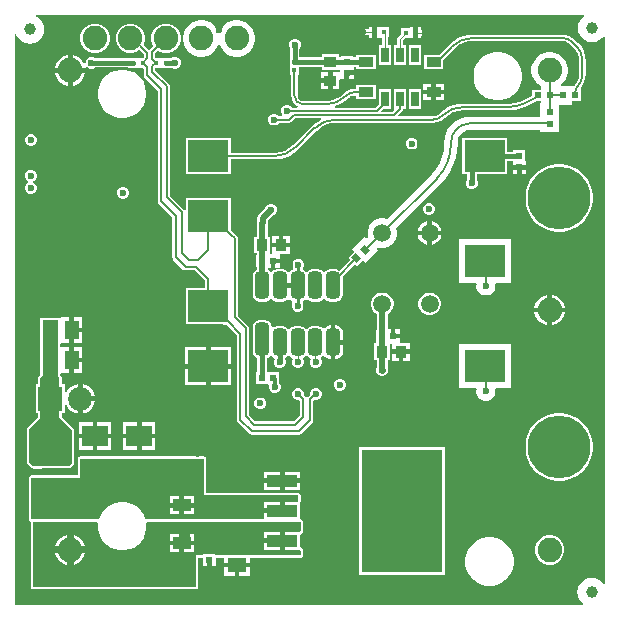
<source format=gtl>
G04*
G04 #@! TF.GenerationSoftware,Altium Limited,Altium Designer,24.4.1 (13)*
G04*
G04 Layer_Physical_Order=1*
G04 Layer_Color=255*
%FSLAX44Y44*%
%MOMM*%
G71*
G04*
G04 #@! TF.SameCoordinates,F8B635B6-AD30-4CB1-8FD4-03FA37938446*
G04*
G04*
G04 #@! TF.FilePolarity,Positive*
G04*
G01*
G75*
%ADD12C,0.5000*%
%ADD18R,0.5000X0.6000*%
%ADD19R,0.6000X0.5000*%
G04:AMPARAMS|DCode=20|XSize=0.5mm|YSize=0.6mm|CornerRadius=0mm|HoleSize=0mm|Usage=FLASHONLY|Rotation=225.000|XOffset=0mm|YOffset=0mm|HoleType=Round|Shape=Rectangle|*
%AMROTATEDRECTD20*
4,1,4,-0.0354,0.3889,0.3889,-0.0354,0.0354,-0.3889,-0.3889,0.0354,-0.0354,0.3889,0.0*
%
%ADD20ROTATEDRECTD20*%

%ADD21R,2.5500X1.0500*%
%ADD22R,6.9000X10.4500*%
%ADD23R,1.5000X1.0000*%
%ADD24R,0.4500X0.4500*%
%ADD25R,1.2500X0.8500*%
%ADD26R,0.6500X1.2500*%
G04:AMPARAMS|DCode=27|XSize=2.3mm|YSize=1.2mm|CornerRadius=0.36mm|HoleSize=0mm|Usage=FLASHONLY|Rotation=90.000|XOffset=0mm|YOffset=0mm|HoleType=Round|Shape=RoundedRectangle|*
%AMROUNDEDRECTD27*
21,1,2.3000,0.4800,0,0,90.0*
21,1,1.5800,1.2000,0,0,90.0*
1,1,0.7200,0.2400,0.7900*
1,1,0.7200,0.2400,-0.7900*
1,1,0.7200,-0.2400,-0.7900*
1,1,0.7200,-0.2400,0.7900*
%
%ADD27ROUNDEDRECTD27*%
G04:AMPARAMS|DCode=28|XSize=2.8mm|YSize=1.2mm|CornerRadius=0.36mm|HoleSize=0mm|Usage=FLASHONLY|Rotation=90.000|XOffset=0mm|YOffset=0mm|HoleType=Round|Shape=RoundedRectangle|*
%AMROUNDEDRECTD28*
21,1,2.8000,0.4800,0,0,90.0*
21,1,2.0800,1.2000,0,0,90.0*
1,1,0.7200,0.2400,1.0400*
1,1,0.7200,0.2400,-1.0400*
1,1,0.7200,-0.2400,-1.0400*
1,1,0.7200,-0.2400,1.0400*
%
%ADD28ROUNDEDRECTD28*%
%ADD29R,2.7000X1.1500*%
%ADD30R,3.4000X2.7000*%
%ADD31C,1.5000*%
%ADD32R,2.2300X1.8000*%
%ADD33R,1.6500X1.3000*%
%ADD34R,0.9500X1.0000*%
%ADD35R,1.0000X0.9500*%
%ADD36R,0.6200X0.6000*%
%ADD37R,1.3000X1.6500*%
%ADD38R,0.6000X0.6200*%
%ADD39R,0.5700X0.6200*%
%ADD40R,0.4200X0.4400*%
%ADD69C,0.1301*%
%ADD70C,0.1016*%
%ADD71C,1.0000*%
%ADD72C,0.3810*%
%ADD73C,0.1020*%
%ADD74C,0.4000*%
%ADD75C,0.3000*%
%ADD76C,0.2540*%
%ADD77C,0.6000*%
%ADD78R,2.0200X2.0200*%
%ADD79C,2.0200*%
%ADD80C,2.0900*%
%ADD81C,5.3000*%
%ADD82C,0.6000*%
G36*
X486165Y502652D02*
X484350Y501259D01*
X482427Y498753D01*
X481218Y495834D01*
X480805Y492701D01*
X481218Y489568D01*
X482427Y486649D01*
X484350Y484142D01*
X486857Y482219D01*
X489776Y481010D01*
X492909Y480597D01*
X496041Y481010D01*
X498960Y482219D01*
X501467Y484142D01*
X502652Y485686D01*
X503922Y485255D01*
X503922Y22072D01*
X502652Y21641D01*
X501036Y23746D01*
X498529Y25670D01*
X495610Y26879D01*
X492478Y27291D01*
X489345Y26879D01*
X486426Y25670D01*
X483919Y23746D01*
X481996Y21240D01*
X480786Y18320D01*
X480374Y15188D01*
X480786Y12055D01*
X481996Y9136D01*
X483919Y6629D01*
X485588Y5348D01*
X485157Y4078D01*
X4919Y4078D01*
X4078Y5042D01*
X4078Y487769D01*
X5348Y488022D01*
X6354Y485593D01*
X8278Y483086D01*
X10785Y481162D01*
X13704Y479953D01*
X16836Y479541D01*
X19969Y479953D01*
X22888Y481162D01*
X25395Y483086D01*
X27318Y485593D01*
X28528Y488512D01*
X28940Y491645D01*
X28528Y494777D01*
X27318Y497696D01*
X25395Y500203D01*
X22888Y502127D01*
X21621Y502651D01*
X21874Y503921D01*
X485734Y503922D01*
X486165Y502652D01*
D02*
G37*
%LPC*%
G36*
X193522Y499450D02*
X190478D01*
X187493Y498856D01*
X184682Y497692D01*
X182151Y496001D01*
X179999Y493849D01*
X178308Y491318D01*
X177687Y489819D01*
X176313D01*
X175692Y491318D01*
X174001Y493849D01*
X171849Y496001D01*
X169318Y497692D01*
X166507Y498856D01*
X163522Y499450D01*
X160478D01*
X157493Y498856D01*
X154682Y497692D01*
X152151Y496001D01*
X149999Y493849D01*
X148308Y491318D01*
X147144Y488507D01*
X146550Y485522D01*
Y482478D01*
X147144Y479493D01*
X148308Y476682D01*
X149999Y474151D01*
X152151Y471999D01*
X154682Y470308D01*
X157493Y469144D01*
X160478Y468550D01*
X163522D01*
X166507Y469144D01*
X169318Y470308D01*
X171849Y471999D01*
X174001Y474151D01*
X175692Y476682D01*
X176313Y478181D01*
X177687D01*
X178308Y476682D01*
X179999Y474151D01*
X182151Y471999D01*
X184682Y470308D01*
X187493Y469144D01*
X190478Y468550D01*
X193522D01*
X196507Y469144D01*
X199318Y470308D01*
X201849Y471999D01*
X204001Y474151D01*
X205692Y476682D01*
X206856Y479493D01*
X207450Y482478D01*
Y485522D01*
X206856Y488507D01*
X205692Y491318D01*
X204001Y493849D01*
X201849Y496001D01*
X199318Y497692D01*
X196507Y498856D01*
X193522Y499450D01*
D02*
G37*
G36*
X306750Y494040D02*
X303960D01*
Y491809D01*
X298775D01*
X297795Y491614D01*
X296965Y491060D01*
X296905Y491000D01*
X296350Y490169D01*
X296156Y489190D01*
X296350Y488211D01*
X296905Y487380D01*
X297735Y486826D01*
X298715Y486631D01*
X299016Y486691D01*
X303960D01*
Y484460D01*
X306750D01*
Y489250D01*
Y494040D01*
D02*
G37*
G36*
X348040Y493540D02*
X345250D01*
Y488750D01*
Y483960D01*
X348040D01*
Y486191D01*
X351500D01*
X352479Y486386D01*
X353310Y486940D01*
X353864Y487771D01*
X354059Y488750D01*
X353864Y489729D01*
X353310Y490560D01*
X352479Y491114D01*
X351500Y491309D01*
X348040D01*
Y493540D01*
D02*
G37*
G36*
X341250D02*
X338460D01*
Y493000D01*
X331000D01*
Y488119D01*
X328190Y485310D01*
X327636Y484479D01*
X327441Y483500D01*
Y478300D01*
X324750D01*
Y461800D01*
X335250D01*
Y478300D01*
X332559D01*
Y482440D01*
X334619Y484500D01*
X338460D01*
Y483960D01*
X341250D01*
Y488750D01*
Y493540D01*
D02*
G37*
G36*
X133639Y496450D02*
X130361D01*
X127194Y495602D01*
X124355Y493963D01*
X122037Y491645D01*
X120398Y488806D01*
X119550Y485639D01*
Y482361D01*
X120398Y479194D01*
X121487Y477309D01*
X118792Y474613D01*
X118182Y474433D01*
X117116Y474492D01*
X113167Y478442D01*
X113602Y479194D01*
X114450Y482361D01*
Y485639D01*
X113602Y488806D01*
X111962Y491645D01*
X109644Y493963D01*
X106805Y495602D01*
X103639Y496450D01*
X100361D01*
X97194Y495602D01*
X94355Y493963D01*
X92037Y491645D01*
X90398Y488806D01*
X89550Y485639D01*
Y482361D01*
X90398Y479194D01*
X92037Y476356D01*
X94355Y474038D01*
X97194Y472398D01*
X100361Y471550D01*
X103639D01*
X106805Y472398D01*
X109644Y474038D01*
X109787Y474179D01*
X113298Y470668D01*
Y468377D01*
X112678Y467758D01*
X100000D01*
Y467586D01*
X71597D01*
X69995Y468250D01*
X68005D01*
X66168Y467489D01*
X64761Y466082D01*
X64000Y464245D01*
Y463003D01*
X62730Y462663D01*
X61395Y464976D01*
X58976Y467395D01*
X56014Y469105D01*
X53000Y469912D01*
Y459000D01*
X63912D01*
X63863Y459186D01*
X64017Y459366D01*
X65749Y459430D01*
X66168Y459011D01*
X68005Y458250D01*
X69995D01*
X71832Y459011D01*
X72251Y459430D01*
X100000D01*
Y459258D01*
X112678D01*
X113548Y458389D01*
Y452750D01*
X113753Y451716D01*
X114339Y450839D01*
X125548Y439631D01*
Y345971D01*
X125753Y344937D01*
X126339Y344060D01*
X137615Y332784D01*
Y298644D01*
X137821Y297610D01*
X138407Y296733D01*
X146837Y288304D01*
X147713Y287718D01*
X148747Y287512D01*
X156693D01*
X165245Y278961D01*
Y272871D01*
X148947D01*
Y241871D01*
X179971D01*
X180937Y241679D01*
X183354D01*
X192298Y232735D01*
Y160988D01*
X192504Y159954D01*
X193089Y159078D01*
X202827Y149339D01*
X203704Y148753D01*
X204738Y148548D01*
X244500D01*
X245534Y148753D01*
X246411Y149339D01*
X256166Y159095D01*
X256752Y159971D01*
X256958Y161005D01*
Y176739D01*
X257944Y177705D01*
X259933D01*
X261771Y178466D01*
X263178Y179873D01*
X263939Y181710D01*
Y183700D01*
X263178Y185537D01*
X261771Y186944D01*
X259933Y187705D01*
X257944D01*
X256106Y186944D01*
X254700Y185537D01*
X253939Y183700D01*
Y182308D01*
X252345Y180714D01*
X251921Y180080D01*
X250944Y179988D01*
X250510Y180068D01*
X250233Y180482D01*
X248885Y181830D01*
X248939Y181961D01*
Y183950D01*
X248178Y185787D01*
X246771Y187194D01*
X244933Y187955D01*
X242944D01*
X241106Y187194D01*
X239700Y185787D01*
X238939Y183950D01*
Y181961D01*
X239700Y180123D01*
X241106Y178716D01*
X242944Y177955D01*
X244933D01*
X245620Y176907D01*
Y164942D01*
X240381Y159702D01*
X207619D01*
X202202Y165119D01*
Y238610D01*
X201996Y239644D01*
X201411Y240520D01*
X192952Y248979D01*
Y314796D01*
X192747Y315830D01*
X192161Y316707D01*
X189268Y319599D01*
X189183Y319656D01*
X186947Y321892D01*
Y349071D01*
X148947D01*
Y338643D01*
X147677Y338258D01*
X147411Y338656D01*
X135452Y350615D01*
Y443648D01*
X135452Y443648D01*
X135246Y444683D01*
X134661Y445559D01*
X123202Y457018D01*
Y459139D01*
X123321Y459258D01*
X136000D01*
X136000Y459258D01*
X137222Y459143D01*
X138755Y458508D01*
X140744D01*
X142582Y459269D01*
X143989Y460676D01*
X144750Y462514D01*
Y464503D01*
X143989Y466340D01*
X142582Y467747D01*
X140744Y468508D01*
X138755D01*
X137222Y467873D01*
X136000Y467758D01*
X136000Y467758D01*
X136000Y467758D01*
X123321D01*
X123202Y467877D01*
Y471381D01*
X125309Y473487D01*
X127194Y472398D01*
X130361Y471550D01*
X133639D01*
X136805Y472398D01*
X139644Y474038D01*
X141962Y476356D01*
X143602Y479194D01*
X144450Y482361D01*
Y485639D01*
X143602Y488806D01*
X141962Y491645D01*
X139644Y493963D01*
X136805Y495602D01*
X133639Y496450D01*
D02*
G37*
G36*
X73639D02*
X70361D01*
X67194Y495602D01*
X64356Y493963D01*
X62038Y491645D01*
X60399Y488806D01*
X59550Y485639D01*
Y482361D01*
X60399Y479194D01*
X62038Y476356D01*
X64356Y474038D01*
X67194Y472398D01*
X70361Y471550D01*
X73639D01*
X76806Y472398D01*
X79644Y474038D01*
X81962Y476356D01*
X83602Y479194D01*
X84450Y482361D01*
Y485639D01*
X83602Y488806D01*
X81962Y491645D01*
X79644Y493963D01*
X76806Y495602D01*
X73639Y496450D01*
D02*
G37*
G36*
X347950Y478300D02*
X337450D01*
Y461800D01*
X347950D01*
Y478300D01*
D02*
G37*
G36*
X313540Y494040D02*
X310750D01*
Y489250D01*
Y484460D01*
X313540D01*
Y484460D01*
X314741Y484293D01*
Y478300D01*
X312050D01*
Y461800D01*
X322550D01*
Y478300D01*
X319859D01*
Y485000D01*
X321000D01*
Y493500D01*
X313540D01*
Y494040D01*
D02*
G37*
G36*
X49000Y469912D02*
X45986Y469105D01*
X43024Y467395D01*
X40605Y464976D01*
X38895Y462014D01*
X38088Y459000D01*
X49000D01*
Y469912D01*
D02*
G37*
G36*
X269250Y455590D02*
X263710D01*
Y450300D01*
X269250D01*
Y455590D01*
D02*
G37*
G36*
X290890Y453050D02*
X287250D01*
Y449510D01*
X290890D01*
Y453050D01*
D02*
G37*
G36*
X49000Y455000D02*
X38088D01*
X38895Y451986D01*
X40605Y449024D01*
X43024Y446605D01*
X45986Y444895D01*
X49000Y444088D01*
Y455000D01*
D02*
G37*
G36*
X63912D02*
X53000D01*
Y444088D01*
X56014Y444895D01*
X58976Y446605D01*
X61395Y449024D01*
X63105Y451986D01*
X63912Y455000D01*
D02*
G37*
G36*
X392271Y487237D02*
X387869Y486891D01*
X383576Y485860D01*
X379497Y484170D01*
X375732Y481863D01*
X372375Y478996D01*
X372400Y478971D01*
X363679Y470250D01*
X350500D01*
Y457750D01*
X367000D01*
Y465929D01*
X376221Y475150D01*
X376287Y475248D01*
X379642Y478001D01*
X383572Y480102D01*
X387836Y481395D01*
X392155Y481821D01*
X392271Y481798D01*
X467093D01*
X467150Y481809D01*
X469933Y481443D01*
X472580Y480346D01*
X474807Y478638D01*
X474839Y478589D01*
X477584Y475845D01*
X477584Y475844D01*
X477583Y475843D01*
X479478Y473534D01*
X480886Y470900D01*
X481753Y468041D01*
X482046Y465068D01*
X482048D01*
Y453647D01*
X482068Y453544D01*
X481647Y450340D01*
X480370Y447259D01*
X479088Y445588D01*
X478772Y445198D01*
X478082Y444418D01*
X477419Y443554D01*
X476149Y443727D01*
X476149Y443726D01*
X467132D01*
X466763Y444942D01*
X466849Y444999D01*
X469001Y447151D01*
X470692Y449682D01*
X471856Y452493D01*
X472450Y455478D01*
Y458522D01*
X471856Y461507D01*
X470692Y464318D01*
X469001Y466849D01*
X466849Y469001D01*
X464318Y470692D01*
X461507Y471856D01*
X458522Y472450D01*
X455478D01*
X452493Y471856D01*
X449682Y470692D01*
X447151Y469001D01*
X444999Y466849D01*
X443308Y464318D01*
X442144Y461507D01*
X441550Y458522D01*
Y455478D01*
X442144Y452493D01*
X443308Y449682D01*
X444999Y447151D01*
X447151Y444999D01*
X449420Y443483D01*
Y440726D01*
X442420D01*
Y435047D01*
X435205Y431677D01*
X435186Y431717D01*
X431598Y430230D01*
X426764Y429070D01*
X423047Y428777D01*
X421808Y428702D01*
X421808Y428702D01*
X421804Y428701D01*
X421800Y428702D01*
X384021D01*
Y428737D01*
X379619Y428391D01*
X375326Y427360D01*
X371247Y425670D01*
X367483Y423363D01*
X364125Y420496D01*
X364125Y420496D01*
X363178Y419716D01*
X362349Y419080D01*
X360326Y418241D01*
X358154Y417956D01*
Y417952D01*
X329433D01*
X328947Y419126D01*
X331911Y422089D01*
X332496Y422966D01*
X332702Y424000D01*
Y424300D01*
X335250D01*
Y440800D01*
X324750D01*
Y424300D01*
X324819D01*
X325305Y423127D01*
X323881Y421702D01*
X314933D01*
X314447Y422876D01*
X315871Y424300D01*
X322550D01*
Y440800D01*
X312050D01*
Y428121D01*
X309321Y425392D01*
X275328D01*
X275177Y426662D01*
X275577Y426758D01*
X279622Y428434D01*
X283355Y430722D01*
X285739Y432757D01*
X286685Y433565D01*
X286685Y433565D01*
X287638Y434330D01*
X288297Y434835D01*
X290196Y435622D01*
X291730Y435824D01*
X292931Y435024D01*
X293000Y434937D01*
Y432350D01*
X309500D01*
Y444850D01*
X293000D01*
Y442317D01*
X292234Y441364D01*
X288779Y440910D01*
X285560Y439576D01*
X282795Y437455D01*
X282795Y437455D01*
X281886Y436585D01*
X279454Y434589D01*
X275564Y432510D01*
X271344Y431230D01*
X267066Y430809D01*
X266954Y430831D01*
X248397D01*
X248348Y430821D01*
X246514Y431186D01*
X244917Y432253D01*
X243850Y433850D01*
X243485Y435685D01*
X243494Y435734D01*
Y453000D01*
X244892D01*
Y460019D01*
X255200D01*
X255451Y460069D01*
X264250D01*
Y457550D01*
X278250D01*
Y460069D01*
X279610D01*
Y456520D01*
X278790Y455590D01*
X278340Y455590D01*
X273250D01*
Y448300D01*
Y441010D01*
X278790D01*
Y448580D01*
X279610Y449510D01*
X280060Y449510D01*
X283250D01*
Y455050D01*
X285250D01*
Y457050D01*
X290890D01*
Y460069D01*
X293000D01*
Y457750D01*
X309500D01*
Y470250D01*
X293000D01*
Y468032D01*
X290350D01*
Y469250D01*
X280150D01*
Y468032D01*
X278250D01*
Y471050D01*
X264250D01*
Y468032D01*
X255250D01*
X254999Y467981D01*
X245128D01*
Y475307D01*
X245739Y475918D01*
X246500Y477755D01*
Y479745D01*
X245739Y481582D01*
X244332Y482989D01*
X242495Y483750D01*
X240505D01*
X238668Y482989D01*
X237261Y481582D01*
X236500Y479745D01*
Y477755D01*
X237165Y476151D01*
Y468200D01*
X236692D01*
Y459800D01*
Y453000D01*
X238090D01*
Y435734D01*
X238053D01*
X238406Y433057D01*
X239439Y430562D01*
X241083Y428420D01*
X243225Y426776D01*
X243500Y426662D01*
X243247Y425392D01*
X238691D01*
X238637Y425522D01*
X237230Y426929D01*
X235392Y427690D01*
X233403D01*
X231566Y426929D01*
X230159Y425522D01*
X229398Y423685D01*
Y421696D01*
X230159Y419858D01*
X230757Y419260D01*
X230231Y417990D01*
X227665D01*
X227611Y418120D01*
X226205Y419527D01*
X224367Y420288D01*
X222378D01*
X220540Y419527D01*
X219134Y418120D01*
X218373Y416283D01*
Y414294D01*
X219134Y412456D01*
X220540Y411049D01*
X222378Y410288D01*
X224367D01*
X226205Y411049D01*
X227611Y412456D01*
X227665Y412586D01*
X236057D01*
Y412560D01*
X237599Y412867D01*
X238888Y413728D01*
X238881Y413735D01*
X238883Y413754D01*
X241427Y416298D01*
X263068D01*
X263316Y415052D01*
X262997Y414920D01*
X259233Y412613D01*
X255875Y409746D01*
X255900Y409721D01*
X240000Y393821D01*
X239934Y393723D01*
X236579Y390970D01*
X232649Y388869D01*
X228385Y387575D01*
X224065Y387150D01*
X223950Y387173D01*
X186947D01*
Y399971D01*
X148947D01*
Y368971D01*
X186947D01*
Y381769D01*
X223950D01*
Y381734D01*
X228351Y382080D01*
X232645Y383111D01*
X236724Y384801D01*
X240488Y387108D01*
X243846Y389975D01*
X243821Y390000D01*
X259721Y405900D01*
X259787Y405998D01*
X263142Y408751D01*
X267072Y410852D01*
X271336Y412145D01*
X275655Y412571D01*
X275771Y412548D01*
X358154D01*
Y412481D01*
X361742Y412954D01*
X365086Y414339D01*
X367958Y416542D01*
X367958Y416542D01*
X368862Y417425D01*
X371392Y419501D01*
X375322Y421602D01*
X379586Y422895D01*
X383905Y423321D01*
X384021Y423298D01*
X420563D01*
X421808Y423235D01*
Y423235D01*
X427615Y423692D01*
X433280Y425052D01*
X437392Y426755D01*
X437492Y426780D01*
X445941Y430726D01*
X449420D01*
Y429376D01*
X449000D01*
Y417830D01*
X389572D01*
X389525Y417821D01*
X385279Y417402D01*
X381150Y416150D01*
X377345Y414116D01*
X374010Y411379D01*
X371273Y408044D01*
X369239Y404240D01*
X367987Y400111D01*
X367564Y395817D01*
X367568Y395783D01*
X367610Y394531D01*
X367605Y393263D01*
X367264Y388937D01*
X365954Y383480D01*
X363807Y378296D01*
X360875Y373512D01*
X357453Y369506D01*
X357168Y369315D01*
X319031Y331178D01*
X316896Y331750D01*
X313605D01*
X310425Y330898D01*
X307575Y329253D01*
X305248Y326925D01*
X303602Y324075D01*
X302750Y320896D01*
Y317604D01*
X303322Y315469D01*
X301996Y314143D01*
X300038Y316102D01*
X289431Y305495D01*
X291553Y303374D01*
X286603Y298424D01*
X287593Y297434D01*
X287592Y296164D01*
X278881Y287454D01*
X278085Y287986D01*
X275900Y288421D01*
X271100D01*
X268915Y287986D01*
X267063Y286748D01*
X266635Y286108D01*
X265365D01*
X264937Y286748D01*
X263085Y287986D01*
X260900Y288421D01*
X256100D01*
X253915Y287986D01*
X252063Y286748D01*
X251635Y286108D01*
X250365D01*
X249937Y286748D01*
X248506Y287705D01*
X248215Y288969D01*
X248252Y289248D01*
X248483Y289479D01*
X249245Y291316D01*
Y293305D01*
X248483Y295143D01*
X247077Y296550D01*
X245239Y297311D01*
X243250D01*
X241412Y296550D01*
X240006Y295143D01*
X239245Y293305D01*
Y291316D01*
X240006Y289479D01*
X239572Y288117D01*
X238915Y287986D01*
X237063Y286748D01*
X236635Y286108D01*
X235365D01*
X234937Y286748D01*
X233085Y287986D01*
X230900Y288421D01*
X226100D01*
X223915Y287986D01*
X222063Y286748D01*
X221635Y286108D01*
X220365D01*
X219937Y286748D01*
X218338Y287817D01*
Y289921D01*
X220700D01*
Y295561D01*
X222700D01*
Y297561D01*
X228240D01*
Y301201D01*
X229377Y301521D01*
X236790D01*
Y307061D01*
X222210D01*
Y301708D01*
X221252Y301415D01*
X220250Y302232D01*
Y316061D01*
X218338D01*
Y326181D01*
X218630Y327648D01*
Y329902D01*
X223268Y334541D01*
X223801Y334761D01*
X225207Y336168D01*
X225968Y338005D01*
Y339995D01*
X225207Y341832D01*
X223801Y343239D01*
X221963Y344000D01*
X219974D01*
X218136Y343239D01*
X216730Y341832D01*
X216126Y340376D01*
X210798Y335047D01*
X209803Y333559D01*
X209454Y331803D01*
Y328823D01*
X209162Y327356D01*
Y316061D01*
X206750D01*
Y302061D01*
X209162D01*
Y300661D01*
X208500D01*
Y290461D01*
X209162D01*
Y288035D01*
X208915Y287986D01*
X207063Y286748D01*
X205825Y284896D01*
X205390Y282711D01*
Y266911D01*
X205825Y264726D01*
X207063Y262874D01*
X208915Y261636D01*
X211100Y261201D01*
X215900D01*
X218085Y261636D01*
X219937Y262874D01*
X220365Y263514D01*
X221635D01*
X222063Y262874D01*
X223915Y261636D01*
X226100Y261201D01*
X230900D01*
X233085Y261636D01*
X234937Y262874D01*
X235365Y263514D01*
X236635D01*
X237063Y262874D01*
X238791Y261719D01*
X238985Y261384D01*
X239224Y260526D01*
X239215Y260281D01*
X238500Y258556D01*
Y256566D01*
X239261Y254729D01*
X240668Y253322D01*
X242505Y252561D01*
X244495D01*
X246332Y253322D01*
X247739Y254729D01*
X248500Y256566D01*
Y258556D01*
X247785Y260281D01*
X247776Y260526D01*
X248015Y261384D01*
X248209Y261719D01*
X249937Y262874D01*
X250365Y263514D01*
X251635D01*
X252063Y262874D01*
X253915Y261636D01*
X256100Y261201D01*
X260900D01*
X263085Y261636D01*
X264937Y262874D01*
X265365Y263514D01*
X266635D01*
X267063Y262874D01*
X268915Y261636D01*
X271100Y261201D01*
X275900D01*
X278085Y261636D01*
X279937Y262874D01*
X281175Y264726D01*
X281610Y266911D01*
Y282539D01*
X292049Y292978D01*
X293674Y291353D01*
X298624Y296303D01*
X300745Y294181D01*
X311352Y304788D01*
X310143Y305996D01*
X311469Y307322D01*
X313605Y306750D01*
X316896D01*
X320075Y307602D01*
X322925Y309248D01*
X325253Y311575D01*
X326898Y314425D01*
X327750Y317604D01*
Y320896D01*
X327178Y323031D01*
X365315Y361167D01*
X365357Y361231D01*
X369374Y365811D01*
X372802Y370942D01*
X375532Y376477D01*
X377515Y382320D01*
X378719Y388373D01*
X379118Y394458D01*
X379132Y394531D01*
X379117Y394987D01*
X379007Y395817D01*
X379367Y398552D01*
X380423Y401100D01*
X382102Y403288D01*
X384290Y404967D01*
X386838Y406022D01*
X389348Y406353D01*
X389572Y406308D01*
X449000D01*
Y404376D01*
X465000D01*
Y414376D01*
Y427727D01*
X476149D01*
Y430727D01*
X483149D01*
X483149Y440726D01*
X483151Y441996D01*
X484424Y443546D01*
X486104Y446689D01*
X487138Y450100D01*
X487488Y453647D01*
X487452D01*
Y465068D01*
X487500D01*
X487102Y469105D01*
X485925Y472987D01*
X484013Y476564D01*
X481439Y479700D01*
X481405Y479666D01*
X481405Y479666D01*
X478661Y482411D01*
X478680Y482430D01*
X476197Y484468D01*
X473364Y485982D01*
X470290Y486914D01*
X467093Y487229D01*
Y487202D01*
X392271D01*
Y487237D01*
D02*
G37*
G36*
X269250Y446300D02*
X263710D01*
Y441010D01*
X269250D01*
Y446300D01*
D02*
G37*
G36*
X367540Y445390D02*
X360750D01*
Y440600D01*
X367540D01*
Y445390D01*
D02*
G37*
G36*
X356750D02*
X349960D01*
Y440600D01*
X356750D01*
Y445390D01*
D02*
G37*
G36*
X367540Y436600D02*
X360750D01*
Y431810D01*
X367540D01*
Y436600D01*
D02*
G37*
G36*
X356750D02*
X349960D01*
Y431810D01*
X356750D01*
Y436600D01*
D02*
G37*
G36*
X415019Y472500D02*
X410981D01*
X407020Y471712D01*
X403290Y470167D01*
X399932Y467923D01*
X397077Y465068D01*
X394833Y461710D01*
X393288Y457980D01*
X392500Y454019D01*
Y449981D01*
X393288Y446020D01*
X394833Y442290D01*
X397077Y438932D01*
X399932Y436077D01*
X403290Y433833D01*
X407020Y432288D01*
X410981Y431500D01*
X415019D01*
X418980Y432288D01*
X422710Y433833D01*
X426068Y436077D01*
X428923Y438932D01*
X431167Y442290D01*
X432712Y446020D01*
X433500Y449981D01*
Y454019D01*
X432712Y457980D01*
X431167Y461710D01*
X428923Y465068D01*
X426068Y467923D01*
X422710Y470167D01*
X418980Y471712D01*
X415019Y472500D01*
D02*
G37*
G36*
X347950Y440800D02*
X337450D01*
Y424300D01*
X347950D01*
Y440800D01*
D02*
G37*
G36*
X97019Y457500D02*
X92981D01*
X89020Y456712D01*
X85289Y455167D01*
X81932Y452923D01*
X79077Y450068D01*
X76833Y446710D01*
X75288Y442980D01*
X74500Y439019D01*
Y434981D01*
X75288Y431020D01*
X76833Y427290D01*
X79077Y423932D01*
X81932Y421077D01*
X85289Y418833D01*
X89020Y417288D01*
X92981Y416500D01*
X97019D01*
X100980Y417288D01*
X104710Y418833D01*
X108068Y421077D01*
X110923Y423932D01*
X113167Y427290D01*
X114712Y431020D01*
X115500Y434981D01*
Y439019D01*
X114712Y442980D01*
X113167Y446710D01*
X110923Y450068D01*
X108068Y452923D01*
X104710Y455167D01*
X100980Y456712D01*
X97019Y457500D01*
D02*
G37*
G36*
X18780Y402960D02*
X16791D01*
X14953Y402199D01*
X13547Y400792D01*
X12785Y398955D01*
Y396965D01*
X13547Y395128D01*
X14953Y393721D01*
X16791Y392960D01*
X18780D01*
X20618Y393721D01*
X22024Y395128D01*
X22785Y396965D01*
Y398955D01*
X22024Y400792D01*
X20618Y402199D01*
X18780Y402960D01*
D02*
G37*
G36*
X340995Y400000D02*
X339005D01*
X337168Y399239D01*
X335761Y397832D01*
X335000Y395995D01*
Y394005D01*
X335761Y392168D01*
X337168Y390761D01*
X339005Y390000D01*
X340995D01*
X342832Y390761D01*
X344239Y392168D01*
X345000Y394005D01*
Y395995D01*
X344239Y397832D01*
X342832Y399239D01*
X340995Y400000D01*
D02*
G37*
G36*
X420947Y399971D02*
X382947D01*
Y368971D01*
X386949D01*
Y364257D01*
X386789Y364096D01*
X386028Y362258D01*
Y360269D01*
X386789Y358432D01*
X388195Y357025D01*
X390033Y356264D01*
X392022D01*
X393860Y357025D01*
X395266Y358432D01*
X396028Y360269D01*
Y362258D01*
X395266Y364096D01*
X395106Y364257D01*
Y368971D01*
X420947D01*
Y380071D01*
X425527D01*
Y376950D01*
X431167D01*
X436807D01*
Y380490D01*
X436267D01*
Y389149D01*
X426067D01*
Y388228D01*
X420947D01*
Y399971D01*
D02*
G37*
G36*
X436807Y372949D02*
X433167D01*
Y369409D01*
X436807D01*
Y372949D01*
D02*
G37*
G36*
X429167D02*
X425527D01*
Y369409D01*
X429167D01*
Y372949D01*
D02*
G37*
G36*
X18495Y372710D02*
X16505D01*
X14668Y371949D01*
X13261Y370542D01*
X12500Y368704D01*
Y366715D01*
X13261Y364878D01*
X14668Y363471D01*
X15148Y363272D01*
Y361898D01*
X14668Y361699D01*
X13261Y360292D01*
X12500Y358455D01*
Y356465D01*
X13261Y354628D01*
X14668Y353221D01*
X16505Y352460D01*
X18495D01*
X20332Y353221D01*
X21739Y354628D01*
X22500Y356465D01*
Y358455D01*
X21739Y360292D01*
X20332Y361699D01*
X19852Y361898D01*
Y363272D01*
X20332Y363471D01*
X21739Y364878D01*
X22500Y366715D01*
Y368704D01*
X21739Y370542D01*
X20332Y371949D01*
X18495Y372710D01*
D02*
G37*
G36*
X96604Y358378D02*
X94615D01*
X92777Y357617D01*
X91371Y356210D01*
X90610Y354372D01*
Y352383D01*
X91371Y350546D01*
X92777Y349139D01*
X94615Y348378D01*
X96604D01*
X98442Y349139D01*
X99848Y350546D01*
X100610Y352383D01*
Y354372D01*
X99848Y356210D01*
X98442Y357617D01*
X96604Y358378D01*
D02*
G37*
G36*
X355745Y344500D02*
X353755D01*
X351918Y343739D01*
X350511Y342332D01*
X349750Y340495D01*
Y338505D01*
X350511Y336668D01*
X351918Y335261D01*
X353755Y334500D01*
X355745D01*
X357582Y335261D01*
X358989Y336668D01*
X359750Y338505D01*
Y340495D01*
X358989Y342332D01*
X357582Y343739D01*
X355745Y344500D01*
D02*
G37*
G36*
X357250Y329108D02*
Y321250D01*
X365108D01*
X364606Y323125D01*
X363284Y325415D01*
X361415Y327284D01*
X359125Y328606D01*
X357250Y329108D01*
D02*
G37*
G36*
X353250Y329108D02*
X351375Y328606D01*
X349085Y327284D01*
X347216Y325415D01*
X345894Y323125D01*
X345392Y321250D01*
X353250D01*
Y329108D01*
D02*
G37*
G36*
X467243Y377500D02*
X462757D01*
X458326Y376798D01*
X454060Y375412D01*
X450063Y373375D01*
X446433Y370739D01*
X443261Y367566D01*
X440625Y363937D01*
X438588Y359940D01*
X437202Y355674D01*
X436500Y351243D01*
Y346757D01*
X437202Y342326D01*
X438588Y338060D01*
X440625Y334063D01*
X443261Y330434D01*
X446433Y327261D01*
X450063Y324625D01*
X454060Y322588D01*
X458326Y321202D01*
X462757Y320500D01*
X467243D01*
X471674Y321202D01*
X475940Y322588D01*
X479937Y324625D01*
X483567Y327261D01*
X486739Y330434D01*
X489375Y334063D01*
X491412Y338060D01*
X492798Y342326D01*
X493500Y346757D01*
Y351243D01*
X492798Y355674D01*
X491412Y359940D01*
X489375Y363937D01*
X486739Y367566D01*
X483567Y370739D01*
X479937Y373375D01*
X475940Y375412D01*
X471674Y376798D01*
X467243Y377500D01*
D02*
G37*
G36*
X236790Y316601D02*
X231500D01*
Y311061D01*
X236790D01*
Y316601D01*
D02*
G37*
G36*
X227500D02*
X222210D01*
Y311061D01*
X227500D01*
Y316601D01*
D02*
G37*
G36*
X365108Y317250D02*
X357250D01*
Y309392D01*
X359125Y309894D01*
X361415Y311216D01*
X363284Y313085D01*
X364606Y315375D01*
X365108Y317250D01*
D02*
G37*
G36*
X353250D02*
X345392D01*
X345894Y315375D01*
X347216Y313085D01*
X349085Y311216D01*
X351375Y309894D01*
X353250Y309392D01*
Y317250D01*
D02*
G37*
G36*
X228240Y293561D02*
X224700D01*
Y289921D01*
X228240D01*
Y293561D01*
D02*
G37*
G36*
X423947Y313971D02*
X379947D01*
Y276971D01*
X394356D01*
X395129Y275963D01*
X395000Y275484D01*
Y273377D01*
X395545Y271343D01*
X396599Y269518D01*
X398088Y268029D01*
X399912Y266976D01*
X401947Y266430D01*
X404053D01*
X406088Y266976D01*
X407912Y268029D01*
X409402Y269518D01*
X410455Y271343D01*
X411000Y273377D01*
Y275484D01*
X410872Y275963D01*
X411645Y276971D01*
X423947D01*
Y313971D01*
D02*
G37*
G36*
X459000Y266912D02*
Y256000D01*
X469912D01*
X469105Y259014D01*
X467395Y261976D01*
X464976Y264395D01*
X462014Y266105D01*
X459000Y266912D01*
D02*
G37*
G36*
X455000Y266912D02*
X451986Y266105D01*
X449024Y264395D01*
X446605Y261976D01*
X444895Y259014D01*
X444088Y256000D01*
X455000D01*
Y266912D01*
D02*
G37*
G36*
X356501Y268750D02*
X353999D01*
X351583Y268103D01*
X349417Y266852D01*
X347648Y265083D01*
X346398Y262917D01*
X345750Y260501D01*
Y257999D01*
X346398Y255583D01*
X347648Y253417D01*
X349417Y251648D01*
X351583Y250397D01*
X353999Y249750D01*
X356501D01*
X358917Y250397D01*
X361083Y251648D01*
X362852Y253417D01*
X364103Y255583D01*
X364750Y257999D01*
Y260501D01*
X364103Y262917D01*
X362852Y265083D01*
X361083Y266852D01*
X358917Y268103D01*
X356501Y268750D01*
D02*
G37*
G36*
X43210Y247790D02*
X42164Y247250D01*
X40947Y247250D01*
X40750Y247289D01*
X27750D01*
X27553Y247250D01*
X25750D01*
Y245447D01*
X25711Y245250D01*
X25711Y199133D01*
X24313Y197735D01*
X24312Y197735D01*
X23870Y197073D01*
X23715Y196293D01*
Y191100D01*
X22150D01*
Y166900D01*
X23715D01*
Y163372D01*
X14842Y154499D01*
X14400Y153837D01*
X14245Y153057D01*
X14245Y125432D01*
X14400Y124652D01*
X14842Y123990D01*
X18464Y120368D01*
X18471Y120363D01*
X18477Y120356D01*
X18802Y120142D01*
X19125Y119926D01*
X19134Y119924D01*
X19142Y119920D01*
X19524Y119847D01*
X19906Y119771D01*
X19915Y119773D01*
X19924Y119771D01*
X34259Y119896D01*
X49698D01*
X50478Y120051D01*
X51140Y120493D01*
X51140Y120494D01*
X53692Y123046D01*
X54134Y123707D01*
X54289Y124487D01*
X54289Y152447D01*
X54289Y152448D01*
X54134Y153228D01*
X53692Y153890D01*
X53692Y153890D01*
X43955Y163627D01*
Y166900D01*
X46350D01*
Y174892D01*
X47620Y175059D01*
X47871Y174121D01*
X49535Y171239D01*
X51889Y168885D01*
X54771Y167221D01*
X57650Y166450D01*
Y179000D01*
Y191550D01*
X54771Y190779D01*
X51889Y189114D01*
X49535Y186761D01*
X47871Y183879D01*
X47620Y182941D01*
X46350Y183108D01*
Y191100D01*
X43955D01*
Y196863D01*
X43955Y196863D01*
X43800Y197643D01*
X43358Y198305D01*
X43358Y198305D01*
X42789Y198873D01*
Y199864D01*
X43210Y200960D01*
X44059Y200960D01*
X50250D01*
Y211750D01*
Y222540D01*
X44059D01*
X43210Y222540D01*
X42789Y223636D01*
Y225114D01*
X43210Y226210D01*
X44059Y226210D01*
X50250D01*
Y237000D01*
Y247790D01*
X43382Y247790D01*
X43210D01*
D02*
G37*
G36*
X469912Y252000D02*
X459000D01*
Y241088D01*
X462014Y241895D01*
X464976Y243605D01*
X467395Y246024D01*
X469105Y248986D01*
X469912Y252000D01*
D02*
G37*
G36*
X455000D02*
X444088D01*
X444895Y248986D01*
X446605Y246024D01*
X449024Y243605D01*
X451986Y241895D01*
X455000Y241088D01*
Y252000D01*
D02*
G37*
G36*
X54250Y247790D02*
Y239000D01*
X61290D01*
Y247790D01*
X54250D01*
D02*
G37*
G36*
X329966Y237703D02*
X326426D01*
Y234063D01*
X329966D01*
Y237703D01*
D02*
G37*
G36*
X275900Y240971D02*
X275500D01*
Y228811D01*
X282160D01*
Y234711D01*
X281684Y237107D01*
X280327Y239138D01*
X278296Y240495D01*
X275900Y240971D01*
D02*
G37*
G36*
X61290Y235000D02*
X54250D01*
Y226210D01*
X61290D01*
Y235000D01*
D02*
G37*
G36*
X316500Y268750D02*
X313999D01*
X311583Y268103D01*
X309417Y266852D01*
X307648Y265083D01*
X306397Y262917D01*
X305750Y260501D01*
Y257999D01*
X306397Y255583D01*
X307648Y253417D01*
X309417Y251648D01*
X310574Y250980D01*
Y237163D01*
X310226D01*
Y226963D01*
X310226Y226963D01*
X310226D01*
X310226Y226963D01*
X309940Y225811D01*
X308250D01*
Y211811D01*
X310574D01*
Y205691D01*
X310569Y205679D01*
X310290Y205262D01*
X310192Y204769D01*
X310000Y204306D01*
Y203804D01*
X309902Y203311D01*
X310000Y202819D01*
Y202316D01*
X310192Y201853D01*
X310290Y201360D01*
X310569Y200943D01*
X310761Y200479D01*
X311116Y200124D01*
X311395Y199706D01*
X311813Y199427D01*
X312168Y199072D01*
X312632Y198880D01*
X313049Y198601D01*
X313542Y198503D01*
X314006Y198311D01*
X314508D01*
X315000Y198213D01*
X315493Y198311D01*
X315995D01*
X316458Y198503D01*
X316951Y198601D01*
X317368Y198880D01*
X317832Y199072D01*
X318187Y199427D01*
X318605Y199706D01*
X318767Y199868D01*
X319046Y200286D01*
X319239Y200479D01*
X319343Y200731D01*
X319872Y201522D01*
X320260Y203473D01*
X319872Y205424D01*
X319750Y205606D01*
Y211811D01*
X321750D01*
Y225294D01*
X322862Y226066D01*
X323710Y225745D01*
Y220811D01*
X338290D01*
Y226351D01*
X331206D01*
X329966Y226423D01*
X329966Y227621D01*
Y230063D01*
X324426D01*
Y232063D01*
X322425D01*
Y237703D01*
X319750D01*
Y250879D01*
X321083Y251648D01*
X322852Y253417D01*
X324102Y255583D01*
X324750Y257999D01*
Y260501D01*
X324102Y262917D01*
X322852Y265083D01*
X321083Y266852D01*
X318917Y268103D01*
X316500Y268750D01*
D02*
G37*
G36*
X54250Y222540D02*
Y213750D01*
X61290D01*
Y222540D01*
X54250D01*
D02*
G37*
G36*
X282160Y224811D02*
X275500D01*
Y212651D01*
X275900D01*
X278296Y213127D01*
X280327Y214484D01*
X281684Y216515D01*
X282160Y218911D01*
Y224811D01*
D02*
G37*
G36*
X215900Y245421D02*
X211100D01*
X208915Y244986D01*
X207063Y243748D01*
X205825Y241896D01*
X205390Y239711D01*
Y218911D01*
X205825Y216726D01*
X207063Y214874D01*
X208915Y213636D01*
X209422Y213535D01*
Y201872D01*
X208650D01*
Y191672D01*
X218565D01*
X219414Y190402D01*
X219129Y189715D01*
Y187726D01*
X219890Y185889D01*
X221297Y184482D01*
X223134Y183721D01*
X225124D01*
X226961Y184482D01*
X228368Y185889D01*
X229129Y187726D01*
Y189715D01*
X228368Y191553D01*
X227950Y191971D01*
Y201872D01*
X217578D01*
Y213535D01*
X218085Y213636D01*
X219937Y214874D01*
X220365Y215514D01*
X221635D01*
X222063Y214874D01*
X223696Y213782D01*
X223982Y213076D01*
X224074Y212309D01*
X223424Y210738D01*
Y208749D01*
X224185Y206912D01*
X225591Y205505D01*
X227429Y204744D01*
X229418D01*
X231256Y205505D01*
X232662Y206912D01*
X233424Y208749D01*
Y210738D01*
X232777Y212299D01*
X233028Y213388D01*
X233163Y213688D01*
X234937Y214874D01*
X235365Y215514D01*
X236635D01*
X237063Y214874D01*
X238915Y213636D01*
X239070Y213605D01*
X239550Y212215D01*
X238939Y210738D01*
Y208749D01*
X239700Y206912D01*
X241106Y205505D01*
X242944Y204744D01*
X244933D01*
X246771Y205505D01*
X248178Y206912D01*
X248939Y208749D01*
Y210738D01*
X248260Y212376D01*
X248215Y212704D01*
X248582Y213968D01*
X249937Y214874D01*
X250365Y215514D01*
X251635D01*
X252063Y214874D01*
X253915Y213636D01*
X254070Y213605D01*
X254550Y212215D01*
X253939Y210738D01*
Y208749D01*
X254700Y206912D01*
X256106Y205505D01*
X257944Y204744D01*
X259933D01*
X261771Y205505D01*
X263178Y206912D01*
X263939Y208749D01*
Y210738D01*
X263260Y212376D01*
X263215Y212704D01*
X263582Y213968D01*
X264902Y214850D01*
X265221Y215028D01*
X266310D01*
X266673Y214484D01*
X268704Y213127D01*
X271100Y212651D01*
X271500D01*
Y226811D01*
Y240971D01*
X271100D01*
X268704Y240495D01*
X266673Y239138D01*
X266310Y238594D01*
X265221D01*
X264902Y238772D01*
X263085Y239986D01*
X260900Y240421D01*
X256100D01*
X253915Y239986D01*
X252063Y238748D01*
X251635Y238108D01*
X250365D01*
X249937Y238748D01*
X248085Y239986D01*
X245900Y240421D01*
X241100D01*
X238915Y239986D01*
X237063Y238748D01*
X236635Y238108D01*
X235365D01*
X234937Y238748D01*
X233085Y239986D01*
X230900Y240421D01*
X226100D01*
X223915Y239986D01*
X222880Y239294D01*
X222184Y239523D01*
X221564Y239942D01*
X221175Y241896D01*
X219937Y243748D01*
X218085Y244986D01*
X215900Y245421D01*
D02*
G37*
G36*
X338290Y216811D02*
X333000D01*
Y211271D01*
X338290D01*
Y216811D01*
D02*
G37*
G36*
X329000D02*
X323710D01*
Y211271D01*
X329000D01*
Y216811D01*
D02*
G37*
G36*
X187487Y222511D02*
X169947D01*
Y208471D01*
X187487D01*
Y222511D01*
D02*
G37*
G36*
X165947D02*
X148407D01*
Y208471D01*
X165947D01*
Y222511D01*
D02*
G37*
G36*
X61290Y209750D02*
X54250D01*
Y200960D01*
X61290D01*
Y209750D01*
D02*
G37*
G36*
X187487Y204471D02*
X169947D01*
Y190431D01*
X187487D01*
Y204471D01*
D02*
G37*
G36*
X165947D02*
X148407D01*
Y190431D01*
X165947D01*
Y204471D01*
D02*
G37*
G36*
X280201Y195705D02*
X278212D01*
X276374Y194944D01*
X274967Y193537D01*
X274206Y191700D01*
Y189711D01*
X274967Y187873D01*
X276374Y186466D01*
X278212Y185705D01*
X280201D01*
X282038Y186466D01*
X283445Y187873D01*
X284206Y189711D01*
Y191700D01*
X283445Y193537D01*
X282038Y194944D01*
X280201Y195705D01*
D02*
G37*
G36*
X61650Y191550D02*
Y181000D01*
X72200D01*
X71429Y183879D01*
X69764Y186761D01*
X67411Y189114D01*
X64529Y190779D01*
X61650Y191550D01*
D02*
G37*
G36*
X423947Y224971D02*
X379947D01*
Y187971D01*
X394446D01*
X395220Y186963D01*
X395000Y186144D01*
Y184037D01*
X395545Y182003D01*
X396599Y180179D01*
X398088Y178689D01*
X399912Y177636D01*
X401947Y177091D01*
X404053D01*
X406088Y177636D01*
X407912Y178689D01*
X409402Y180179D01*
X410455Y182003D01*
X411000Y184037D01*
Y186144D01*
X410780Y186963D01*
X411554Y187971D01*
X423947D01*
Y224971D01*
D02*
G37*
G36*
X212995Y179955D02*
X211005D01*
X209168Y179194D01*
X207761Y177787D01*
X207000Y175950D01*
Y173960D01*
X207761Y172123D01*
X209168Y170716D01*
X211005Y169955D01*
X212995D01*
X214832Y170716D01*
X216239Y172123D01*
X217000Y173960D01*
Y175950D01*
X216239Y177787D01*
X214832Y179194D01*
X212995Y179955D01*
D02*
G37*
G36*
X72200Y177000D02*
X61650D01*
Y166450D01*
X64529Y167221D01*
X67411Y168885D01*
X69764Y171239D01*
X71429Y174121D01*
X72200Y177000D01*
D02*
G37*
G36*
X123190Y158990D02*
X111500D01*
Y149450D01*
X123190D01*
Y158990D01*
D02*
G37*
G36*
X85690D02*
X74000D01*
Y149450D01*
X85690D01*
Y158990D01*
D02*
G37*
G36*
X107500D02*
X95810D01*
Y149450D01*
X107500D01*
Y158990D01*
D02*
G37*
G36*
X70000D02*
X58310D01*
Y149450D01*
X70000D01*
Y158990D01*
D02*
G37*
G36*
X123190Y145450D02*
X111500D01*
Y135910D01*
X123190D01*
Y145450D01*
D02*
G37*
G36*
X107500D02*
X95810D01*
Y135910D01*
X107500D01*
Y145450D01*
D02*
G37*
G36*
X85690D02*
X74000D01*
Y135910D01*
X85690D01*
Y145450D01*
D02*
G37*
G36*
X70000D02*
X58310D01*
Y135910D01*
X70000D01*
Y145450D01*
D02*
G37*
G36*
X245984Y117279D02*
X232693D01*
Y111489D01*
X245984D01*
Y117279D01*
D02*
G37*
G36*
X228693D02*
X215403D01*
Y111489D01*
X228693D01*
Y117279D01*
D02*
G37*
G36*
X467243Y166500D02*
X462757D01*
X458326Y165798D01*
X454060Y164412D01*
X450063Y162375D01*
X446433Y159739D01*
X443261Y156566D01*
X440625Y152937D01*
X438588Y148940D01*
X437202Y144674D01*
X436500Y140243D01*
Y135757D01*
X437202Y131326D01*
X438588Y127060D01*
X440625Y123063D01*
X443261Y119433D01*
X446433Y116261D01*
X450063Y113625D01*
X454060Y111588D01*
X458326Y110202D01*
X462757Y109500D01*
X467243D01*
X471674Y110202D01*
X475940Y111588D01*
X479937Y113625D01*
X483567Y116261D01*
X486739Y119433D01*
X489375Y123063D01*
X491412Y127060D01*
X492798Y131326D01*
X493500Y135757D01*
Y140243D01*
X492798Y144674D01*
X491412Y148940D01*
X489375Y152937D01*
X486739Y156566D01*
X483567Y159739D01*
X479937Y162375D01*
X475940Y164412D01*
X471674Y165798D01*
X467243Y166500D01*
D02*
G37*
G36*
X245984Y107489D02*
X232693D01*
Y101699D01*
X245984D01*
Y107489D01*
D02*
G37*
G36*
X228693D02*
X215403D01*
Y101699D01*
X228693D01*
Y107489D01*
D02*
G37*
G36*
X157900Y130650D02*
X131600D01*
Y130039D01*
X59328D01*
X58548Y129884D01*
X57886Y129442D01*
X57444Y128780D01*
X57289Y128000D01*
Y114039D01*
X18058D01*
X17278Y113884D01*
X16616Y113442D01*
X16174Y112780D01*
X16019Y112000D01*
Y76839D01*
X16174Y76059D01*
X16616Y75397D01*
X17278Y74955D01*
X17493Y74912D01*
X17461Y74750D01*
Y19500D01*
X17616Y18720D01*
X18058Y18058D01*
X18720Y17616D01*
X19500Y17461D01*
X157250D01*
X158030Y17616D01*
X158692Y18058D01*
X159134Y18720D01*
X159289Y19500D01*
Y44211D01*
X163110D01*
Y37150D01*
X166750D01*
Y42690D01*
X170750D01*
Y37150D01*
X174390D01*
Y44211D01*
X181460D01*
Y40250D01*
X192250D01*
X203040D01*
Y44211D01*
X246250D01*
X247030Y44366D01*
X247692Y44808D01*
X248134Y45470D01*
X248289Y46250D01*
Y49739D01*
X248244Y49966D01*
X248237Y50196D01*
X247971Y51356D01*
X247901Y51512D01*
X247867Y51679D01*
X247739Y51871D01*
X247645Y52082D01*
X247520Y52199D01*
X247425Y52341D01*
X247234Y52469D01*
X247066Y52627D01*
X246906Y52688D01*
X246764Y52783D01*
X246538Y52828D01*
X246322Y52910D01*
X245443Y53873D01*
Y63505D01*
X246322Y64468D01*
X246538Y64550D01*
X246764Y64595D01*
X246906Y64690D01*
X247066Y64751D01*
X247234Y64909D01*
X247425Y65037D01*
X247520Y65179D01*
X247645Y65296D01*
X247739Y65507D01*
X247867Y65699D01*
X247901Y65866D01*
X247971Y66022D01*
X248237Y67182D01*
X248244Y67412D01*
X248289Y67639D01*
Y74750D01*
X248134Y75530D01*
X247692Y76192D01*
X247030Y76634D01*
X246250Y76789D01*
X246249Y76789D01*
X245443Y76839D01*
Y90364D01*
X245553Y90437D01*
X245996Y91099D01*
X246151Y91879D01*
Y97000D01*
X245996Y97780D01*
X245553Y98442D01*
X244892Y98884D01*
X244112Y99039D01*
X166289D01*
Y100893D01*
X166200Y101342D01*
Y102864D01*
X166289Y103313D01*
Y128000D01*
X166134Y128780D01*
X165692Y129442D01*
X165030Y129884D01*
X164250Y130039D01*
X160107D01*
X159353Y129889D01*
X158147D01*
X157900Y129938D01*
Y130650D01*
D02*
G37*
G36*
X458639Y63450D02*
X455361D01*
X452195Y62602D01*
X449356Y60963D01*
X447038Y58644D01*
X445398Y55806D01*
X444550Y52639D01*
Y49361D01*
X445398Y46195D01*
X447038Y43355D01*
X449356Y41038D01*
X452195Y39398D01*
X455361Y38550D01*
X458639D01*
X461805Y39398D01*
X464645Y41038D01*
X466963Y43355D01*
X468602Y46195D01*
X469450Y49361D01*
Y52639D01*
X468602Y55806D01*
X466963Y58644D01*
X464645Y60963D01*
X461805Y62602D01*
X458639Y63450D01*
D02*
G37*
G36*
X368193Y138339D02*
X295194D01*
Y29839D01*
X368193D01*
Y138339D01*
D02*
G37*
G36*
X203040Y36250D02*
X194250D01*
Y29210D01*
X203040D01*
Y36250D01*
D02*
G37*
G36*
X190250D02*
X181460D01*
Y29210D01*
X190250D01*
Y36250D01*
D02*
G37*
G36*
X408019Y61500D02*
X403981D01*
X400020Y60712D01*
X396290Y59167D01*
X392932Y56923D01*
X390077Y54068D01*
X387833Y50710D01*
X386288Y46980D01*
X385500Y43019D01*
Y38981D01*
X386288Y35020D01*
X387833Y31290D01*
X390077Y27932D01*
X392932Y25077D01*
X396290Y22833D01*
X400020Y21288D01*
X403981Y20500D01*
X408019D01*
X411980Y21288D01*
X415710Y22833D01*
X419068Y25077D01*
X421923Y27932D01*
X424167Y31290D01*
X425712Y35020D01*
X426500Y38981D01*
Y43019D01*
X425712Y46980D01*
X424167Y50710D01*
X421923Y54068D01*
X419068Y56923D01*
X415710Y59167D01*
X411980Y60712D01*
X408019Y61500D01*
D02*
G37*
%LPD*%
G36*
X40750Y198028D02*
X41916Y196863D01*
Y162782D01*
X52250Y152448D01*
X52250Y124487D01*
X49698Y121935D01*
X34250D01*
X19906Y121810D01*
X16284Y125432D01*
X16284Y153057D01*
X25754Y162527D01*
Y196293D01*
X27750Y198288D01*
X27750Y245250D01*
X40750D01*
Y198028D01*
D02*
G37*
G36*
X164250Y103313D02*
X164161Y103098D01*
Y101109D01*
X164250Y100893D01*
Y97000D01*
X244112D01*
Y91879D01*
X232693D01*
Y84089D01*
X230693D01*
Y82089D01*
X215403D01*
Y76839D01*
X114740D01*
X114712Y76980D01*
X113167Y80710D01*
X110923Y84068D01*
X108068Y86923D01*
X104710Y89167D01*
X100980Y90712D01*
X97019Y91500D01*
X92981D01*
X89020Y90712D01*
X85289Y89167D01*
X81932Y86923D01*
X79077Y84068D01*
X76833Y80710D01*
X75288Y76980D01*
X75260Y76839D01*
X18058D01*
Y112000D01*
X59328D01*
Y128000D01*
X157393D01*
X157755Y127850D01*
X159745D01*
X160107Y128000D01*
X164250D01*
Y103313D01*
D02*
G37*
G36*
X246250Y67639D02*
X245983Y66479D01*
X244980Y66479D01*
X232693D01*
Y58689D01*
Y50899D01*
X244980D01*
X245983Y50899D01*
X246250Y49739D01*
Y46250D01*
X202500D01*
Y46750D01*
X182000D01*
Y46250D01*
X173850D01*
Y47690D01*
X163650D01*
Y46250D01*
X157250D01*
Y19500D01*
X19500D01*
Y74750D01*
X73843D01*
X74649Y73768D01*
X74500Y73019D01*
Y68981D01*
X75288Y65020D01*
X76833Y61290D01*
X79077Y57932D01*
X81932Y55077D01*
X85289Y52833D01*
X89020Y51288D01*
X92981Y50500D01*
X97019D01*
X100980Y51288D01*
X104710Y52833D01*
X108068Y55077D01*
X110923Y57932D01*
X113167Y61290D01*
X114712Y65020D01*
X115500Y68981D01*
Y73019D01*
X115351Y73768D01*
X116157Y74750D01*
X246250D01*
Y67639D01*
D02*
G37*
%LPC*%
G36*
X155540Y96290D02*
X147500D01*
Y90750D01*
X155540D01*
Y96290D01*
D02*
G37*
G36*
X143500D02*
X135460D01*
Y90750D01*
X143500D01*
Y96290D01*
D02*
G37*
G36*
X228693Y91879D02*
X215403D01*
Y86089D01*
X228693D01*
Y91879D01*
D02*
G37*
G36*
X155540Y86750D02*
X147500D01*
Y81210D01*
X155540D01*
Y86750D01*
D02*
G37*
G36*
X143500D02*
X135460D01*
Y81210D01*
X143500D01*
Y86750D01*
D02*
G37*
G36*
X228693Y66479D02*
X215403D01*
Y60689D01*
X228693D01*
Y66479D01*
D02*
G37*
G36*
X155540Y64290D02*
X147500D01*
Y58750D01*
X155540D01*
Y64290D01*
D02*
G37*
G36*
X143500D02*
X135460D01*
Y58750D01*
X143500D01*
Y64290D01*
D02*
G37*
G36*
X54000Y63644D02*
Y54000D01*
X63644D01*
X63105Y56014D01*
X61395Y58976D01*
X58976Y61395D01*
X56014Y63105D01*
X54000Y63644D01*
D02*
G37*
G36*
X48000Y63644D02*
X45986Y63105D01*
X43024Y61395D01*
X40605Y58976D01*
X38895Y56014D01*
X38356Y54000D01*
X48000D01*
Y63644D01*
D02*
G37*
G36*
X228693Y56689D02*
X215403D01*
Y50899D01*
X228693D01*
Y56689D01*
D02*
G37*
G36*
X155540Y54750D02*
X147500D01*
Y49210D01*
X155540D01*
Y54750D01*
D02*
G37*
G36*
X143500D02*
X135460D01*
Y49210D01*
X143500D01*
Y54750D01*
D02*
G37*
G36*
X48000Y48000D02*
X38356D01*
X38895Y45986D01*
X40605Y43024D01*
X43024Y40605D01*
X45986Y38895D01*
X48000Y38356D01*
Y48000D01*
D02*
G37*
G36*
X63644D02*
X54000D01*
Y38356D01*
X56014Y38895D01*
X58976Y40605D01*
X61395Y43024D01*
X63105Y45986D01*
X63644Y48000D01*
D02*
G37*
%LPD*%
D12*
X315162Y203473D02*
Y259249D01*
X213750Y275061D02*
Y327356D01*
X220968Y338729D02*
Y339000D01*
X214042Y331803D02*
X220968Y338729D01*
X214042Y327648D02*
Y331803D01*
X213750Y327356D02*
X214042Y327648D01*
X213500Y274811D02*
X213750Y275061D01*
D18*
X456920Y435726D02*
D03*
X446920D02*
D03*
X468649Y435727D02*
D03*
X478649D02*
D03*
D19*
X457000Y421876D02*
D03*
Y411876D02*
D03*
D20*
X300391Y305142D02*
D03*
X293320Y298070D02*
D03*
D21*
X230693Y109489D02*
D03*
Y84089D02*
D03*
Y58689D02*
D03*
D22*
X331693Y84089D02*
D03*
D23*
X145500Y88750D02*
D03*
Y56750D02*
D03*
D24*
X308750Y489250D02*
D03*
X316750D02*
D03*
X343250Y488750D02*
D03*
X335250D02*
D03*
X112250Y463508D02*
D03*
X104250D02*
D03*
X123750D02*
D03*
X131750D02*
D03*
D25*
X301250Y464000D02*
D03*
Y438600D02*
D03*
X358750Y464000D02*
D03*
Y438600D02*
D03*
D26*
X342700Y470050D02*
D03*
X330000D02*
D03*
X317300D02*
D03*
X342700Y432550D02*
D03*
X330000D02*
D03*
X317300D02*
D03*
D27*
X273500Y274811D02*
D03*
Y226811D02*
D03*
X258500Y226811D02*
D03*
X243500Y226811D02*
D03*
X228500D02*
D03*
X258500Y274811D02*
D03*
X243500Y274811D02*
D03*
X213500D02*
D03*
X228500Y274811D02*
D03*
D28*
X213500Y229311D02*
D03*
D29*
X34250Y104750D02*
D03*
Y133750D02*
D03*
D30*
X167947Y257371D02*
D03*
Y333571D02*
D03*
X167947Y384471D02*
D03*
X401947D02*
D03*
Y206471D02*
D03*
X401947Y295471D02*
D03*
X167947Y206471D02*
D03*
D31*
X315250Y259250D02*
D03*
X315250Y319250D02*
D03*
X355250D02*
D03*
X355250Y259250D02*
D03*
D32*
X72000Y147450D02*
D03*
Y118250D02*
D03*
X109500Y147450D02*
D03*
Y118250D02*
D03*
X144750Y119650D02*
D03*
X144750Y148850D02*
D03*
D33*
X192250Y38250D02*
D03*
Y56250D02*
D03*
D34*
X315000Y218811D02*
D03*
X331000Y218811D02*
D03*
X213500Y309061D02*
D03*
X229500D02*
D03*
D35*
X271250Y448300D02*
D03*
Y464300D02*
D03*
D36*
X285250Y464250D02*
D03*
Y455050D02*
D03*
X168750Y42690D02*
D03*
Y51890D02*
D03*
X431167Y384149D02*
D03*
X431167Y374949D02*
D03*
D37*
X34250Y237000D02*
D03*
X52250D02*
D03*
X34250Y211750D02*
D03*
X52250D02*
D03*
D38*
X213500Y295561D02*
D03*
X222700D02*
D03*
X315226Y232063D02*
D03*
X324426Y232063D02*
D03*
D39*
X213500Y196772D02*
D03*
X223100D02*
D03*
D40*
X240792Y457200D02*
D03*
Y464000D02*
D03*
D69*
X236057Y415288D02*
G03*
X236972Y415664I0J1301D01*
G01*
X240847Y419000D02*
G03*
X239932Y418624I0J-1301D01*
G01*
X421808Y426000D02*
G03*
X436349Y429228I0J34361D01*
G01*
X480000Y442500D02*
G03*
X478649Y439238I3262J-3262D01*
G01*
X480227Y442727D02*
G03*
X484750Y453647I-10920J10920D01*
G01*
X363017Y465767D02*
G03*
X363018Y465768I-4267J4269D01*
G01*
X384021Y426000D02*
G03*
X366060Y418560I0J-25400D01*
G01*
X358154Y415250D02*
G03*
X366000Y418500I0J11096D01*
G01*
X275771Y415250D02*
G03*
X257810Y407811I0J-25400D01*
G01*
X223950Y384471D02*
G03*
X241910Y391910I0J25400D01*
G01*
X266954Y428129D02*
G03*
X284750Y435500I-0J25167D01*
G01*
X240792Y435734D02*
G03*
X248397Y428129I7605J0D01*
G01*
X292234Y438600D02*
G03*
X284750Y435500I0J-10584D01*
G01*
X389572Y412069D02*
G03*
X373371Y394531I0J-16252D01*
G01*
X361241Y365241D02*
G03*
X373371Y394531I-29296J29290D01*
G01*
X358750Y464000D02*
G03*
X363017Y465767I0J6036D01*
G01*
X392271Y484500D02*
G03*
X374310Y477061I0J-25400D01*
G01*
X476750Y480500D02*
G03*
X467093Y484500I-9657J-9657D01*
G01*
X484750Y465068D02*
G03*
X479495Y477755I-17943J0D01*
G01*
X223373Y415288D02*
X236057D01*
X240847Y419000D02*
X325000D01*
X236972Y415664D02*
X239932Y418624D01*
X403000Y185091D02*
Y206311D01*
X436349Y429228D02*
X444930Y433236D01*
X384021Y426000D02*
X421800D01*
X421808Y426000D01*
X444930Y433236D02*
X446920Y435726D01*
X275900Y280651D02*
X293320Y298071D01*
X273500Y274811D02*
X275900Y280651D01*
X478649Y435727D02*
Y439238D01*
X480000Y442500D02*
X480227Y442727D01*
X484750Y453647D02*
Y465068D01*
X458910Y435727D02*
X468649D01*
X456920Y435726D02*
X458910Y435727D01*
X457000Y421676D02*
Y433236D01*
X456920Y435726D02*
X457000Y433236D01*
Y438216D02*
Y457000D01*
X456920Y435726D02*
X457000Y438216D01*
X310440Y422690D02*
X317300Y429550D01*
X234398Y422690D02*
X310440D01*
X330000Y424000D02*
Y432550D01*
X325000Y419000D02*
X330000Y424000D01*
X317300Y429550D02*
Y432550D01*
X132750Y349495D02*
Y443648D01*
X366000Y418500D02*
X366060Y418560D01*
X275771Y415250D02*
X358154D01*
X241910Y391910D02*
X257810Y407811D01*
X167947Y384471D02*
X223950D01*
X248397Y428129D02*
X266954D01*
X240792Y435734D02*
Y457200D01*
X292234Y438600D02*
X301250D01*
X389572Y412069D02*
X389572D01*
X456993D02*
X457000Y412076D01*
X389572Y412069D02*
X456993D01*
X254255Y161005D02*
Y178804D01*
X244500Y151250D02*
X254255Y161005D01*
Y178804D02*
X258157Y182705D01*
X241500Y157000D02*
X248323Y163822D01*
X243939Y182955D02*
X248323Y178571D01*
Y163822D02*
Y178571D01*
X258157Y182705D02*
X258939D01*
X206500Y157000D02*
X241500D01*
X199500Y164000D02*
X206500Y157000D01*
X195000Y160988D02*
X204738Y151250D01*
X244500D01*
X363017Y465767D02*
X363018Y465768D01*
X374310Y477061D01*
X392271Y484500D02*
X467093D01*
X476750Y480500D02*
X479495Y477755D01*
X315250Y319250D02*
X361241Y365241D01*
X302280Y306280D02*
X315250Y319250D01*
X300250Y305000D02*
X302280Y306280D01*
X132750Y349495D02*
X145500Y336745D01*
X120500Y455899D02*
X132750Y443648D01*
X128250Y345971D02*
Y440750D01*
Y345971D02*
X140318Y333903D01*
X120500Y455899D02*
Y460258D01*
X123750Y463508D01*
X116250Y452750D02*
X128250Y440750D01*
X116250Y452750D02*
Y459508D01*
X112250Y463508D02*
X116250Y459508D01*
X120500Y466758D02*
Y472500D01*
Y466758D02*
X123750Y463508D01*
X112250D02*
X116000Y467258D01*
Y471787D01*
X145500Y302550D02*
Y336745D01*
X151739Y296311D02*
X159000D01*
X145500Y302550D02*
X151739Y296311D01*
X171447Y333571D02*
X187329Y317689D01*
X187358D02*
X190250Y314796D01*
X167947Y333571D02*
X171447D01*
X187329Y317689D02*
X187358D01*
X140318Y298644D02*
Y333903D01*
X148747Y290214D02*
X157812D01*
X140318Y298644D02*
X148747Y290214D01*
X199500Y164000D02*
Y238610D01*
X195000Y160988D02*
Y233855D01*
X184474Y244381D02*
X195000Y233855D01*
X190250Y247860D02*
X199500Y238610D01*
X190250Y247860D02*
Y314796D01*
X180937Y244381D02*
X184474D01*
X167947Y257371D02*
X180937Y244381D01*
X167947Y305258D02*
Y333571D01*
X159000Y296311D02*
X167947Y305258D01*
Y257371D02*
Y280080D01*
X157812Y290214D02*
X167947Y280080D01*
X102000Y484000D02*
X103787D01*
X116000Y471787D01*
X120500Y472500D02*
X132000Y484000D01*
X403000Y274431D02*
Y295311D01*
D70*
X258500Y210803D02*
G03*
X258939Y209744I1497J0D01*
G01*
X243500Y210803D02*
G03*
X243939Y209744I1498J0D01*
G01*
X258500Y210803D02*
Y226811D01*
X243500Y210803D02*
Y226811D01*
D71*
X16836Y491645D02*
D03*
X492909Y492701D02*
D03*
X492478Y15188D02*
D03*
D72*
X240792Y464000D02*
X241146Y464354D01*
Y478396D01*
X241500Y478750D01*
X255250Y464050D02*
X301250D01*
X240792Y464000D02*
X255200D01*
X255250Y464050D01*
X301250Y464000D02*
Y464050D01*
D73*
X298715Y489190D02*
X298775Y489250D01*
X308750D01*
X343250Y488750D02*
X351500D01*
X330000Y470050D02*
Y483500D01*
X335250Y488750D01*
X317300Y470050D02*
Y488700D01*
X316750Y489250D02*
X317300Y488700D01*
D74*
X228500Y209744D02*
Y226811D01*
X228424Y209744D02*
X228500D01*
X69000Y463250D02*
X69258Y463508D01*
X104250D01*
X391028Y373552D02*
X401947Y384471D01*
X391028Y361264D02*
Y373552D01*
X402268Y384149D02*
X431167D01*
X401947Y384471D02*
X402268Y384149D01*
X131750Y463508D02*
X139750D01*
X228500Y274811D02*
X243500D01*
X228500Y274811D02*
X228500Y274811D01*
X213500Y196772D02*
Y229311D01*
D75*
X224129Y188721D02*
Y195743D01*
X223100Y196772D02*
X224129Y195743D01*
D76*
X243500Y257561D02*
Y274811D01*
X243500Y274811D01*
X243500Y274811D02*
X244245Y275556D01*
Y292311D01*
X243500Y274811D02*
X243500Y274811D01*
D77*
X311662Y259499D02*
X311824Y259661D01*
X315000Y203311D02*
X315162Y203473D01*
D78*
X34250Y179000D02*
D03*
D79*
X59650D02*
D03*
D80*
X192000Y484000D02*
D03*
X51000Y457000D02*
D03*
X457000Y51000D02*
D03*
Y457000D02*
D03*
X132000Y484000D02*
D03*
X102000D02*
D03*
X72000D02*
D03*
X457000Y254000D02*
D03*
X51000Y51000D02*
D03*
X162000Y484000D02*
D03*
D81*
X465000Y138000D02*
D03*
Y349000D02*
D03*
D82*
X75000Y305000D02*
D03*
X132500Y310000D02*
D03*
X10000Y300000D02*
D03*
Y440000D02*
D03*
X40000Y495000D02*
D03*
X265000D02*
D03*
X390000D02*
D03*
X470000D02*
D03*
X495000Y470000D02*
D03*
Y385000D02*
D03*
Y310000D02*
D03*
Y205000D02*
D03*
X380000Y150000D02*
D03*
Y80000D02*
D03*
X495000Y110000D02*
D03*
Y45000D02*
D03*
X465000Y10000D02*
D03*
X370000D02*
D03*
X280000D02*
D03*
X255000Y110000D02*
D03*
X250000Y125000D02*
D03*
X230000D02*
D03*
X210000D02*
D03*
X215000Y35000D02*
D03*
X195000Y20000D02*
D03*
X170000Y30000D02*
D03*
X110000Y10000D02*
D03*
X10000D02*
D03*
X403000Y185091D02*
D03*
X340000Y395000D02*
D03*
X315000Y203311D02*
D03*
X241500Y478750D02*
D03*
X220968Y339000D02*
D03*
X349911Y39320D02*
D03*
X350161Y52070D02*
D03*
X350607Y63513D02*
D03*
X350161Y75070D02*
D03*
X360411Y74570D02*
D03*
X360857Y63014D02*
D03*
X360411Y51570D02*
D03*
X360161Y38820D02*
D03*
X350911Y90320D02*
D03*
X351161Y103070D02*
D03*
X351607Y114514D02*
D03*
X351161Y126070D02*
D03*
X361411Y125570D02*
D03*
X361857Y114014D02*
D03*
X361411Y102570D02*
D03*
X361161Y89820D02*
D03*
X308000Y46100D02*
D03*
X320750Y45850D02*
D03*
X332193Y45405D02*
D03*
X343750Y45850D02*
D03*
X343250Y35600D02*
D03*
X331693Y35155D02*
D03*
X320250Y35600D02*
D03*
X307500Y35850D02*
D03*
Y84500D02*
D03*
X320250Y84250D02*
D03*
X331693Y83804D02*
D03*
X343250Y84250D02*
D03*
X342750Y74000D02*
D03*
X331194Y73554D02*
D03*
X319750Y74000D02*
D03*
X307000Y74250D02*
D03*
X306320Y53339D02*
D03*
X319070Y53089D02*
D03*
X330513Y52643D02*
D03*
X342070Y53089D02*
D03*
X342570Y63339D02*
D03*
X331013Y62893D02*
D03*
X319570Y63339D02*
D03*
X306820Y63589D02*
D03*
Y105339D02*
D03*
X319570Y105089D02*
D03*
X331013Y104643D02*
D03*
X342570Y105089D02*
D03*
X342070Y94839D02*
D03*
X330513Y94393D02*
D03*
X319070Y94839D02*
D03*
X306320Y95089D02*
D03*
X307000Y116000D02*
D03*
X319750Y115750D02*
D03*
X331194Y115304D02*
D03*
X342750Y115750D02*
D03*
X343250Y126000D02*
D03*
X331693Y125554D02*
D03*
X320250Y126000D02*
D03*
X307500Y126250D02*
D03*
X192905Y69250D02*
D03*
X183138Y69052D02*
D03*
X173250Y65020D02*
D03*
X161750Y64750D02*
D03*
X149500Y63250D02*
D03*
X234398Y422690D02*
D03*
X223373Y415288D02*
D03*
X298715Y489190D02*
D03*
X351500Y488750D02*
D03*
X445113Y472750D02*
D03*
X475000Y447750D02*
D03*
X315000Y405000D02*
D03*
X327500Y395000D02*
D03*
X342703Y406495D02*
D03*
X206542Y332843D02*
D03*
X193292Y330805D02*
D03*
X145000Y264000D02*
D03*
X156752Y276869D02*
D03*
X83952Y262552D02*
D03*
X17462Y347587D02*
D03*
X363500Y449682D02*
D03*
X241197Y308750D02*
D03*
X285250Y446030D02*
D03*
X372500Y440000D02*
D03*
X440352Y374949D02*
D03*
X294500Y454750D02*
D03*
X270921Y437500D02*
D03*
X267761Y319250D02*
D03*
X172000Y147750D02*
D03*
X158750Y132850D02*
D03*
X52118Y197290D02*
D03*
X65473Y198873D02*
D03*
X68326Y214122D02*
D03*
X69596Y224282D02*
D03*
X87000Y475250D02*
D03*
X117080Y493963D02*
D03*
X177038Y490728D02*
D03*
X209500Y489750D02*
D03*
X444999Y421418D02*
D03*
X69000Y463250D02*
D03*
X289250Y269500D02*
D03*
X343677Y360775D02*
D03*
X391028Y361264D02*
D03*
X354750Y339500D02*
D03*
X363284Y389088D02*
D03*
X259492Y353693D02*
D03*
X274414Y352344D02*
D03*
X334750Y326000D02*
D03*
X297250Y385500D02*
D03*
X228424Y209744D02*
D03*
X224129Y188721D02*
D03*
X243500Y244381D02*
D03*
X212000Y174955D02*
D03*
X159750Y177787D02*
D03*
X171400Y173000D02*
D03*
X258939Y182705D02*
D03*
X243939Y182955D02*
D03*
X270189Y187644D02*
D03*
X258939Y209744D02*
D03*
X243939D02*
D03*
X279206Y190705D02*
D03*
X169161Y102103D02*
D03*
X183138D02*
D03*
X172498Y113250D02*
D03*
X95610Y353378D02*
D03*
X184407Y173689D02*
D03*
X146750Y230310D02*
D03*
X350250Y211521D02*
D03*
X344750Y243000D02*
D03*
X332000D02*
D03*
X243500Y257561D02*
D03*
X293674Y244381D02*
D03*
X206956Y397805D02*
D03*
X207706Y432800D02*
D03*
X175750D02*
D03*
X51500Y390689D02*
D03*
X103750Y358378D02*
D03*
X142000Y359750D02*
D03*
X109250Y377668D02*
D03*
X139750Y463508D02*
D03*
X17785Y397960D02*
D03*
X17500Y388019D02*
D03*
Y377710D02*
D03*
Y367710D02*
D03*
Y357460D02*
D03*
X8744Y354901D02*
D03*
X244245Y292311D02*
D03*
X393250Y242500D02*
D03*
X272892Y294750D02*
D03*
X55967Y354628D02*
D03*
X27078Y93504D02*
D03*
X129610Y95565D02*
D03*
X55090Y93504D02*
D03*
X91000Y108500D02*
D03*
X391579Y185091D02*
D03*
X403000Y173750D02*
D03*
Y263500D02*
D03*
X414482Y274431D02*
D03*
X273500Y244381D02*
D03*
X258000D02*
D03*
Y292250D02*
D03*
X363962Y297432D02*
D03*
X232250Y291385D02*
D03*
X264500Y375775D02*
D03*
X375750Y322588D02*
D03*
X145319Y249000D02*
D03*
X160000Y186500D02*
D03*
X84365Y251500D02*
D03*
X22702Y246500D02*
D03*
X52108Y254060D02*
D03*
X102727Y162527D02*
D03*
X66500D02*
D03*
X77704D02*
D03*
X115250D02*
D03*
X142000Y178086D02*
D03*
X130429Y181250D02*
D03*
X114250Y104000D02*
D03*
X72036Y102261D02*
D03*
X41916Y93504D02*
D03*
X55090Y106500D02*
D03*
X91005Y119250D02*
D03*
X129500Y106500D02*
D03*
X403000Y274431D02*
D03*
M02*

</source>
